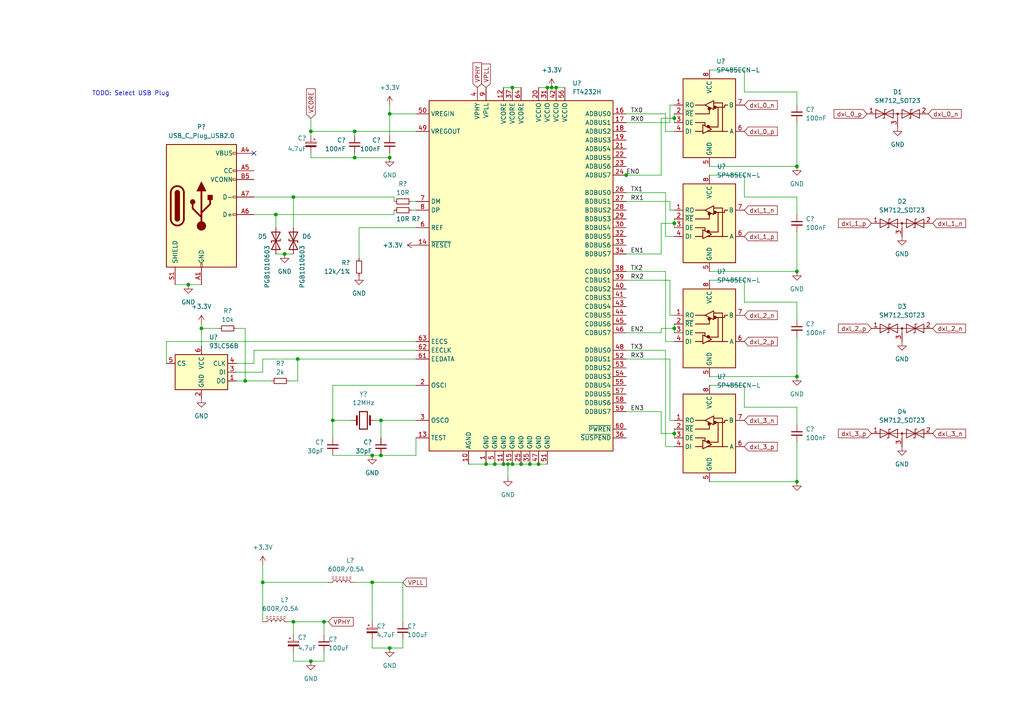
<source format=kicad_sch>
(kicad_sch (version 20231120) (generator "eeschema") (generator_version "8.0")
  (paper "A4")
  (lib_symbols
    (symbol "Connector:USB_C_Plug_USB2.0" (pin_names (offset 1.016))
      (property "Reference" "P" (at -10.16 19.05 0))
      (property "Value" "USB_C_Plug_USB2.0" (at 12.7 19.05 0))
      (symbol "USB_C_Plug_USB2.0_0_0"
        (rectangle (start -0.254 -17.78) (end 0.254 -16.764))
        (rectangle (start 10.16 -2.286) (end 9.144 -2.794))
        (rectangle (start 10.16 2.794) (end 9.144 2.286))
        (rectangle (start 10.16 7.874) (end 9.144 7.366))
        (rectangle (start 10.16 10.414) (end 9.144 9.906))
        (rectangle (start 10.16 15.494) (end 9.144 14.986))
      )
      (symbol "USB_C_Plug_USB2.0_0_1"
        (rectangle (start -10.16 17.78) (end 10.16 -17.78) (stroke (width 0.254)) (fill (type background)))
        (arc (start -8.89 -3.81) (mid -6.985 -5.7067) (end -5.08 -3.81) (stroke (width 0.508)))
        (arc (start -7.62 -3.81) (mid -6.985 -4.4423) (end -6.35 -3.81) (stroke (width 0.254)))
        (arc (start -7.62 -3.81) (mid -6.985 -4.4423) (end -6.35 -3.81) (stroke (width 0.254)) (fill (type outline)))
        (rectangle (start -7.62 -3.81) (end -6.35 3.81) (stroke (width 0.254)) (fill (type outline)))
        (arc (start -6.35 3.81) (mid -6.985 4.4423) (end -7.62 3.81) (stroke (width 0.254)))
        (arc (start -6.35 3.81) (mid -6.985 4.4423) (end -7.62 3.81) (stroke (width 0.254)) (fill (type outline)))
        (arc (start -5.08 3.81) (mid -6.985 5.7067) (end -8.89 3.81) (stroke (width 0.508)))
        (circle (center -2.54 1.143) (radius 0.635) (stroke (width 0.254)) (fill (type outline)))
        (circle (center 0 -5.842) (radius 1.27) (fill (type outline)))
        (polyline (pts (xy -8.89 -3.81) (xy -8.89 3.81)) (stroke (width 0.508)))
        (polyline (pts (xy -5.08 3.81) (xy -5.08 -3.81)) (stroke (width 0.508)))
        (polyline (pts (xy 0 -5.842) (xy 0 4.318)) (stroke (width 0.508)))
        (polyline (pts (xy 0 -3.302) (xy -2.54 -0.762) (xy -2.54 0.508)) (stroke (width 0.508)))
        (polyline (pts (xy 0 -2.032) (xy 2.54 0.508) (xy 2.54 1.778)) (stroke (width 0.508)))
        (polyline (pts (xy -1.27 4.318) (xy 0 6.858) (xy 1.27 4.318) (xy -1.27 4.318)) (stroke (width 0.254)) (fill (type outline)))
        (rectangle (start 1.905 1.778) (end 3.175 3.048) (stroke (width 0.254)) (fill (type outline)))
      )
      (symbol "USB_C_Plug_USB2.0_1_1"
        (pin passive line (at 0 -22.86 90) (length 5.08) (name "GND") (number "A1"))
        (pin passive line (at 0 -22.86 90) (length 5.08) hide (name "GND") (number "A12"))
        (pin passive line (at 15.24 15.24 180) (length 5.08) (name "VBUS") (number "A4"))
        (pin bidirectional line (at 15.24 10.16 180) (length 5.08) (name "CC") (number "A5"))
        (pin bidirectional line (at 15.24 -2.54 180) (length 5.08) (name "D+") (number "A6"))
        (pin bidirectional line (at 15.24 2.54 180) (length 5.08) (name "D-") (number "A7"))
        (pin passive line (at 15.24 15.24 180) (length 5.08) hide (name "VBUS") (number "A9"))
        (pin passive line (at 0 -22.86 90) (length 5.08) hide (name "GND") (number "B1"))
        (pin passive line (at 0 -22.86 90) (length 5.08) hide (name "GND") (number "B12"))
        (pin passive line (at 15.24 15.24 180) (length 5.08) hide (name "VBUS") (number "B4"))
        (pin bidirectional line (at 15.24 7.62 180) (length 5.08) (name "VCONN") (number "B5"))
        (pin passive line (at 15.24 15.24 180) (length 5.08) hide (name "VBUS") (number "B9"))
        (pin passive line (at -7.62 -22.86 90) (length 5.08) (name "SHIELD") (number "S1"))
      )
    )
    (symbol "Device:C_Polarized_Small" (pin_numbers hide) (pin_names (offset 0.254) hide)
      (property "Reference" "C" (at 0.254 1.778 0))
      (property "Value" "C_Polarized_Small" (at 0.254 -2.032 0))
      (symbol "C_Polarized_Small_0_1"
        (rectangle (start -1.524 -0.3048) (end 1.524 -0.6858) (fill (type outline)))
        (rectangle (start -1.524 0.6858) (end 1.524 0.3048))
        (polyline (pts (xy -1.27 1.524) (xy -0.762 1.524)))
        (polyline (pts (xy -1.016 1.27) (xy -1.016 1.778)))
      )
      (symbol "C_Polarized_Small_1_1"
        (pin passive line (at 0 2.54 270) (length 1.8542) (name "~") (number "1"))
        (pin passive line (at 0 -2.54 90) (length 1.8542) (name "~") (number "2"))
      )
    )
    (symbol "Device:C_Small" (pin_numbers hide) (pin_names (offset 0.254) hide)
      (property "Reference" "C" (at 0.254 1.778 0))
      (property "Value" "C_Small" (at 0.254 -2.032 0))
      (symbol "C_Small_0_1"
        (polyline (pts (xy -1.524 -0.508) (xy 1.524 -0.508)) (stroke (width 0.3302)))
        (polyline (pts (xy -1.524 0.508) (xy 1.524 0.508)) (stroke (width 0.3048)))
      )
      (symbol "C_Small_1_1"
        (pin passive line (at 0 2.54 270) (length 2.032) (name "~") (number "1"))
        (pin passive line (at 0 -2.54 90) (length 2.032) (name "~") (number "2"))
      )
    )
    (symbol "Device:Crystal" (pin_numbers hide) (pin_names (offset 1.016) hide)
      (property "Reference" "Y" (at 0 3.81 0))
      (property "Value" "Crystal" (at 0 -3.81 0))
      (symbol "Crystal_0_1"
        (rectangle (start -1.143 2.54) (end 1.143 -2.54) (stroke (width 0.3048)))
        (polyline (pts (xy -2.54 0) (xy -1.905 0)))
        (polyline (pts (xy -1.905 -1.27) (xy -1.905 1.27)) (stroke (width 0.508)))
        (polyline (pts (xy 1.905 -1.27) (xy 1.905 1.27)) (stroke (width 0.508)))
        (polyline (pts (xy 2.54 0) (xy 1.905 0)))
      )
      (symbol "Crystal_1_1"
        (pin passive line (at -3.81 0 0) (length 1.27) (name "1") (number "1"))
        (pin passive line (at 3.81 0 180) (length 1.27) (name "2") (number "2"))
      )
    )
    (symbol "Device:D_TVS" (pin_numbers hide) (pin_names (offset 1.016) hide)
      (property "Reference" "D" (at 0 2.54 0))
      (property "Value" "D_TVS" (at 0 -2.54 0))
      (symbol "D_TVS_0_1"
        (polyline (pts (xy 1.27 0) (xy -1.27 0)))
        (polyline (pts (xy 0.508 1.27) (xy 0 1.27) (xy 0 -1.27) (xy -0.508 -1.27)) (stroke (width 0.254)))
        (polyline (pts (xy -2.54 1.27) (xy -2.54 -1.27) (xy 2.54 1.27) (xy 2.54 -1.27) (xy -2.54 1.27)) (stroke (width 0.254)))
      )
      (symbol "D_TVS_1_1"
        (pin passive line (at -3.81 0 0) (length 2.54) (name "A1") (number "1"))
        (pin passive line (at 3.81 0 180) (length 2.54) (name "A2") (number "2"))
      )
    )
    (symbol "Device:L_Ferrite" (pin_numbers hide) (pin_names (offset 1.016) hide)
      (property "Reference" "L" (at -1.27 0 90))
      (property "Value" "L_Ferrite" (at 2.794 0 90))
      (symbol "L_Ferrite_0_1"
        (arc (start 0 -2.54) (mid 0.6323 -1.905) (end 0 -1.27))
        (arc (start 0 -1.27) (mid 0.6323 -0.635) (end 0 0))
        (polyline (pts (xy 1.016 -2.794) (xy 1.016 -2.286)))
        (polyline (pts (xy 1.016 -1.778) (xy 1.016 -1.27)))
        (polyline (pts (xy 1.016 -0.762) (xy 1.016 -0.254)))
        (polyline (pts (xy 1.016 0.254) (xy 1.016 0.762)))
        (polyline (pts (xy 1.016 1.27) (xy 1.016 1.778)))
        (polyline (pts (xy 1.016 2.286) (xy 1.016 2.794)))
        (polyline (pts (xy 1.524 -2.286) (xy 1.524 -2.794)))
        (polyline (pts (xy 1.524 -1.27) (xy 1.524 -1.778)))
        (polyline (pts (xy 1.524 -0.254) (xy 1.524 -0.762)))
        (polyline (pts (xy 1.524 0.762) (xy 1.524 0.254)))
        (polyline (pts (xy 1.524 1.778) (xy 1.524 1.27)))
        (polyline (pts (xy 1.524 2.794) (xy 1.524 2.286)))
        (arc (start 0 0) (mid 0.6323 0.635) (end 0 1.27))
        (arc (start 0 1.27) (mid 0.6323 1.905) (end 0 2.54))
      )
      (symbol "L_Ferrite_1_1"
        (pin passive line (at 0 3.81 270) (length 1.27) (name "1") (number "1"))
        (pin passive line (at 0 -3.81 90) (length 1.27) (name "2") (number "2"))
      )
    )
    (symbol "Device:R_Small" (pin_numbers hide) (pin_names (offset 0.254) hide)
      (property "Reference" "R" (at 0.762 0.508 0))
      (property "Value" "R_Small" (at 0.762 -1.016 0))
      (symbol "R_Small_0_1"
        (rectangle (start -0.762 1.778) (end 0.762 -1.778) (stroke (width 0.2032)))
      )
      (symbol "R_Small_1_1"
        (pin passive line (at 0 2.54 270) (length 0.762) (name "~") (number "1"))
        (pin passive line (at 0 -2.54 90) (length 0.762) (name "~") (number "2"))
      )
    )
    (symbol "Diode:SM712_SOT23" (pin_names (offset 1.016) hide)
      (property "Reference" "D" (at 0 4.445 0))
      (property "Value" "SM712_SOT23" (at 0 2.54 0))
      (symbol "SM712_SOT23_0_0"
        (polyline (pts (xy 0 -1.27) (xy 0 0)))
      )
      (symbol "SM712_SOT23_0_1"
        (polyline (pts (xy -6.35 0) (xy 6.35 0)))
        (polyline (pts (xy -3.302 1.27) (xy -3.81 1.27) (xy -3.81 -1.27) (xy -4.318 -1.27)) (stroke (width 0.2032)))
        (polyline (pts (xy 4.318 1.27) (xy 3.81 1.27) (xy 3.81 -1.27) (xy 3.302 -1.27)) (stroke (width 0.2032)))
        (polyline (pts (xy -6.35 -1.27) (xy -1.27 1.27) (xy -1.27 -1.27) (xy -6.35 1.27) (xy -6.35 -1.27)) (stroke (width 0.2032)))
        (polyline (pts (xy 1.27 -1.27) (xy 1.27 1.27) (xy 6.35 -1.27) (xy 6.35 1.27) (xy 1.27 -1.27)) (stroke (width 0.2032)))
        (circle (center 0 0) (radius 0.254) (fill (type outline)))
      )
      (symbol "SM712_SOT23_1_1"
        (pin passive line (at -8.89 0 0) (length 2.54) (name "A1") (number "1"))
        (pin passive line (at 8.89 0 180) (length 2.54) (name "A2") (number "2"))
        (pin input line (at 0 -3.81 90) (length 2.54) (name "common") (number "3"))
      )
    )
    (symbol "GND_1" (power) (pin_names (offset 0))
      (property "Value" "GND_1" (at 0 -3.81 0))
      (symbol "GND_1_0_1"
        (polyline (pts (xy 0 0) (xy 0 -1.27) (xy 1.27 -1.27) (xy 0 -2.54) (xy -1.27 -1.27) (xy 0 -1.27)))
      )
      (symbol "GND_1_1_1"
        (pin power_in line (at 0 0 270) (length 0) hide (name "GND") (number "1"))
      )
    )
    (symbol "GND_2" (power) (pin_names (offset 0))
      (property "Value" "GND_2" (at 0 -3.81 0))
      (symbol "GND_2_0_1"
        (polyline (pts (xy 0 0) (xy 0 -1.27) (xy 1.27 -1.27) (xy 0 -2.54) (xy -1.27 -1.27) (xy 0 -1.27)))
      )
      (symbol "GND_2_1_1"
        (pin power_in line (at 0 0 270) (length 0) hide (name "GND") (number "1"))
      )
    )
    (symbol "GND_3" (power) (pin_names (offset 0))
      (property "Value" "GND_3" (at 0 -3.81 0))
      (symbol "GND_3_0_1"
        (polyline (pts (xy 0 0) (xy 0 -1.27) (xy 1.27 -1.27) (xy 0 -2.54) (xy -1.27 -1.27) (xy 0 -1.27)))
      )
      (symbol "GND_3_1_1"
        (pin power_in line (at 0 0 270) (length 0) hide (name "GND") (number "1"))
      )
    )
    (symbol "GND_4" (power) (pin_names (offset 0))
      (property "Value" "GND_4" (at 0 -3.81 0))
      (symbol "GND_4_0_1"
        (polyline (pts (xy 0 0) (xy 0 -1.27) (xy 1.27 -1.27) (xy 0 -2.54) (xy -1.27 -1.27) (xy 0 -1.27)))
      )
      (symbol "GND_4_1_1"
        (pin power_in line (at 0 0 270) (length 0) hide (name "GND") (number "1"))
      )
    )
    (symbol "GND_5" (power) (pin_names (offset 0))
      (property "Value" "GND_5" (at 0 -3.81 0))
      (symbol "GND_5_0_1"
        (polyline (pts (xy 0 0) (xy 0 -1.27) (xy 1.27 -1.27) (xy 0 -2.54) (xy -1.27 -1.27) (xy 0 -1.27)))
      )
      (symbol "GND_5_1_1"
        (pin power_in line (at 0 0 270) (length 0) hide (name "GND") (number "1"))
      )
    )
    (symbol "GND_6" (power) (pin_names (offset 0))
      (property "Value" "GND_6" (at 0 -3.81 0))
      (symbol "GND_6_0_1"
        (polyline (pts (xy 0 0) (xy 0 -1.27) (xy 1.27 -1.27) (xy 0 -2.54) (xy -1.27 -1.27) (xy 0 -1.27)))
      )
      (symbol "GND_6_1_1"
        (pin power_in line (at 0 0 270) (length 0) hide (name "GND") (number "1"))
      )
    )
    (symbol "GND_7" (power) (pin_names (offset 0))
      (property "Value" "GND_7" (at 0 -3.81 0))
      (symbol "GND_7_0_1"
        (polyline (pts (xy 0 0) (xy 0 -1.27) (xy 1.27 -1.27) (xy 0 -2.54) (xy -1.27 -1.27) (xy 0 -1.27)))
      )
      (symbol "GND_7_1_1"
        (pin power_in line (at 0 0 270) (length 0) hide (name "GND") (number "1"))
      )
    )
    (symbol "GND_8" (power) (pin_names (offset 0))
      (property "Value" "GND_8" (at 0 -3.81 0))
      (symbol "GND_8_0_1"
        (polyline (pts (xy 0 0) (xy 0 -1.27) (xy 1.27 -1.27) (xy 0 -2.54) (xy -1.27 -1.27) (xy 0 -1.27)))
      )
      (symbol "GND_8_1_1"
        (pin power_in line (at 0 0 270) (length 0) hide (name "GND") (number "1"))
      )
    )
    (symbol "GND_9" (power) (pin_names (offset 0))
      (property "Value" "GND_9" (at 0 -3.81 0))
      (symbol "GND_9_0_1"
        (polyline (pts (xy 0 0) (xy 0 -1.27) (xy 1.27 -1.27) (xy 0 -2.54) (xy -1.27 -1.27) (xy 0 -1.27)))
      )
      (symbol "GND_9_1_1"
        (pin power_in line (at 0 0 270) (length 0) hide (name "GND") (number "1"))
      )
    )
    (symbol "Interface_UART:MAX485E"
      (property "Reference" "U" (at -6.096 11.43 0))
      (property "Value" "MAX485E" (at 0.762 11.43 0))
      (symbol "MAX485E_0_1"
        (rectangle (start -7.62 10.16) (end 7.62 -12.7) (stroke (width 0.254)) (fill (type background)))
        (circle (center -0.3048 -3.683) (radius 0.3556) (stroke (width 0.254)) (fill (type outline)))
        (circle (center -0.0254 1.4986) (radius 0.3556) (stroke (width 0.254)) (fill (type outline)))
        (polyline (pts (xy -4.064 -5.08) (xy -1.905 -5.08)) (stroke (width 0.254)))
        (polyline (pts (xy -4.064 2.54) (xy -1.27 2.54)) (stroke (width 0.254)))
        (polyline (pts (xy -1.27 -3.2004) (xy -1.27 -3.4544)) (stroke (width 0.254)))
        (polyline (pts (xy -0.635 -5.08) (xy 5.334 -5.08)) (stroke (width 0.254)))
        (polyline (pts (xy -4.064 -2.54) (xy -1.27 -2.54) (xy -1.27 -3.175)) (stroke (width 0.254)))
        (polyline (pts (xy 0 1.27) (xy 0 0) (xy -4.064 0)) (stroke (width 0.254)))
        (polyline (pts (xy 1.27 3.175) (xy 3.81 3.175) (xy 3.81 -5.08)) (stroke (width 0.254)))
        (polyline (pts (xy 2.54 1.905) (xy 2.54 -3.81) (xy 0 -3.81)) (stroke (width 0.254)))
        (polyline (pts (xy -1.905 -3.175) (xy -1.905 -5.715) (xy 0.635 -4.445) (xy -1.905 -3.175)) (stroke (width 0.254)))
        (polyline (pts (xy -1.27 2.54) (xy 1.27 3.81) (xy 1.27 1.27) (xy -1.27 2.54)) (stroke (width 0.254)))
        (polyline (pts (xy 1.905 1.905) (xy 4.445 1.905) (xy 4.445 2.54) (xy 5.334 2.54)) (stroke (width 0.254)))
        (rectangle (start 1.27 3.175) (end 1.27 3.175))
        (circle (center 1.651 1.905) (radius 0.3556) (stroke (width 0.254)) (fill (type outline)))
      )
      (symbol "MAX485E_1_1"
        (pin output line (at -10.16 2.54 0) (length 2.54) (name "RO") (number "1"))
        (pin input line (at -10.16 0 0) (length 2.54) (name "~{RE}") (number "2"))
        (pin input line (at -10.16 -2.54 0) (length 2.54) (name "DE") (number "3"))
        (pin input line (at -10.16 -5.08 0) (length 2.54) (name "DI") (number "4"))
        (pin power_in line (at 0 -15.24 90) (length 2.54) (name "GND") (number "5"))
        (pin bidirectional line (at 10.16 -5.08 180) (length 2.54) (name "A") (number "6"))
        (pin bidirectional line (at 10.16 2.54 180) (length 2.54) (name "B") (number "7"))
        (pin power_in line (at 0 12.7 270) (length 2.54) (name "VCC") (number "8"))
      )
    )
    (symbol "Interface_USB:FT4232H"
      (property "Reference" "U" (at -26.67 53.34 0))
      (property "Value" "FT4232H" (at 19.05 53.34 0))
      (symbol "FT4232H_0_1"
        (rectangle (start -26.67 -49.53) (end 26.67 52.07) (stroke (width 0.254)) (fill (type background)))
      )
      (symbol "FT4232H_1_1"
        (pin power_in line (at -10.16 -53.34 90) (length 3.81) (name "GND") (number "1"))
        (pin power_in line (at -15.24 -53.34 90) (length 3.81) (name "AGND") (number "10"))
        (pin power_in line (at -5.08 -53.34 90) (length 3.81) (name "GND") (number "11"))
        (pin power_in line (at -5.08 55.88 270) (length 3.81) (name "VCORE") (number "12"))
        (pin input line (at -30.48 -45.72 0) (length 3.81) (name "TEST") (number "13"))
        (pin input line (at -30.48 10.16 0) (length 3.81) (name "~{RESET}") (number "14"))
        (pin power_in line (at -2.54 -53.34 90) (length 3.81) (name "GND") (number "15"))
        (pin bidirectional line (at 30.48 48.26 180) (length 3.81) (name "ADBUS0") (number "16"))
        (pin bidirectional line (at 30.48 45.72 180) (length 3.81) (name "ADBUS1") (number "17"))
        (pin bidirectional line (at 30.48 43.18 180) (length 3.81) (name "ADBUS2") (number "18"))
        (pin bidirectional line (at 30.48 40.64 180) (length 3.81) (name "ADBUS3") (number "19"))
        (pin input line (at -30.48 -30.48 0) (length 3.81) (name "OSCI") (number "2"))
        (pin power_in line (at 5.08 55.88 270) (length 3.81) (name "VCCIO") (number "20"))
        (pin bidirectional line (at 30.48 38.1 180) (length 3.81) (name "ADBUS4") (number "21"))
        (pin bidirectional line (at 30.48 35.56 180) (length 3.81) (name "ADBUS5") (number "22"))
        (pin bidirectional line (at 30.48 33.02 180) (length 3.81) (name "ADBUS6") (number "23"))
        (pin bidirectional line (at 30.48 30.48 180) (length 3.81) (name "ADBUS7") (number "24"))
        (pin power_in line (at 0 -53.34 90) (length 3.81) (name "GND") (number "25"))
        (pin bidirectional line (at 30.48 25.4 180) (length 3.81) (name "BDBUS0") (number "26"))
        (pin bidirectional line (at 30.48 22.86 180) (length 3.81) (name "BDBUS1") (number "27"))
        (pin bidirectional line (at 30.48 20.32 180) (length 3.81) (name "BDBUS2") (number "28"))
        (pin bidirectional line (at 30.48 17.78 180) (length 3.81) (name "BDBUS3") (number "29"))
        (pin output line (at -30.48 -40.64 0) (length 3.81) (name "OSCO") (number "3"))
        (pin bidirectional line (at 30.48 15.24 180) (length 3.81) (name "BDBUS4") (number "30"))
        (pin power_in line (at 7.62 55.88 270) (length 3.81) (name "VCCIO") (number "31"))
        (pin bidirectional line (at 30.48 12.7 180) (length 3.81) (name "BDBUS5") (number "32"))
        (pin bidirectional line (at 30.48 10.16 180) (length 3.81) (name "BDBUS6") (number "33"))
        (pin bidirectional line (at 30.48 7.62 180) (length 3.81) (name "BDBUS7") (number "34"))
        (pin power_in line (at 2.54 -53.34 90) (length 3.81) (name "GND") (number "35"))
        (pin output line (at 30.48 -45.72 180) (length 3.81) (name "~{SUSPEND}") (number "36"))
        (pin power_in line (at -2.54 55.88 270) (length 3.81) (name "VCORE") (number "37"))
        (pin bidirectional line (at 30.48 2.54 180) (length 3.81) (name "CDBUS0") (number "38"))
        (pin bidirectional line (at 30.48 0 180) (length 3.81) (name "CDBUS1") (number "39"))
        (pin power_in line (at -12.7 55.88 270) (length 3.81) (name "VPHY") (number "4"))
        (pin bidirectional line (at 30.48 -2.54 180) (length 3.81) (name "CDBUS2") (number "40"))
        (pin bidirectional line (at 30.48 -5.08 180) (length 3.81) (name "CDBUS3") (number "41"))
        (pin power_in line (at 10.16 55.88 270) (length 3.81) (name "VCCIO") (number "42"))
        (pin bidirectional line (at 30.48 -7.62 180) (length 3.81) (name "CDBUS4") (number "43"))
        (pin bidirectional line (at 30.48 -10.16 180) (length 3.81) (name "CDBUS5") (number "44"))
        (pin bidirectional line (at 30.48 -12.7 180) (length 3.81) (name "CDBUS6") (number "45"))
        (pin bidirectional line (at 30.48 -15.24 180) (length 3.81) (name "CDBUS7") (number "46"))
        (pin power_in line (at 5.08 -53.34 90) (length 3.81) (name "GND") (number "47"))
        (pin bidirectional line (at 30.48 -20.32 180) (length 3.81) (name "DDBUS0") (number "48"))
        (pin power_out line (at -30.48 43.18 0) (length 3.81) (name "VREGOUT") (number "49"))
        (pin power_in line (at -7.62 -53.34 90) (length 3.81) (name "GND") (number "5"))
        (pin power_in line (at -30.48 48.26 0) (length 3.81) (name "VREGIN") (number "50"))
        (pin power_in line (at 7.62 -53.34 90) (length 3.81) (name "GND") (number "51"))
        (pin bidirectional line (at 30.48 -22.86 180) (length 3.81) (name "DDBUS1") (number "52"))
        (pin bidirectional line (at 30.48 -25.4 180) (length 3.81) (name "DDBUS2") (number "53"))
        (pin bidirectional line (at 30.48 -27.94 180) (length 3.81) (name "DDBUS3") (number "54"))
        (pin bidirectional line (at 30.48 -30.48 180) (length 3.81) (name "DDBUS4") (number "55"))
        (pin power_in line (at 12.7 55.88 270) (length 3.81) (name "VCCIO") (number "56"))
        (pin bidirectional line (at 30.48 -33.02 180) (length 3.81) (name "DDBUS5") (number "57"))
        (pin bidirectional line (at 30.48 -35.56 180) (length 3.81) (name "DDBUS6") (number "58"))
        (pin bidirectional line (at 30.48 -38.1 180) (length 3.81) (name "DDBUS7") (number "59"))
        (pin input line (at -30.48 15.24 0) (length 3.81) (name "REF") (number "6"))
        (pin output line (at 30.48 -43.18 180) (length 3.81) (name "~{PWREN}") (number "60"))
        (pin bidirectional line (at -30.48 -22.86 0) (length 3.81) (name "EEDATA") (number "61"))
        (pin output line (at -30.48 -20.32 0) (length 3.81) (name "EECLK") (number "62"))
        (pin output line (at -30.48 -17.78 0) (length 3.81) (name "EECS") (number "63"))
        (pin power_in line (at 0 55.88 270) (length 3.81) (name "VCORE") (number "64"))
        (pin bidirectional line (at -30.48 22.86 0) (length 3.81) (name "DM") (number "7"))
        (pin bidirectional line (at -30.48 20.32 0) (length 3.81) (name "DP") (number "8"))
        (pin power_in line (at -10.16 55.88 270) (length 3.81) (name "VPLL") (number "9"))
      )
    )
    (symbol "Memory_EEPROM:93LCxxBxxOT"
      (property "Reference" "U" (at -6.35 6.35 0))
      (property "Value" "93LCxxBxxOT" (at 7.62 -6.35 0))
      (symbol "93LCxxBxxOT_0_1"
        (rectangle (start -7.62 5.08) (end 7.62 -5.08) (stroke (width 0.254)) (fill (type background)))
      )
      (symbol "93LCxxBxxOT_1_1"
        (pin tri_state line (at 10.16 -2.54 180) (length 2.54) (name "DO") (number "1"))
        (pin power_in line (at 0 -7.62 90) (length 2.54) (name "GND") (number "2"))
        (pin input line (at 10.16 0 180) (length 2.54) (name "DI") (number "3"))
        (pin input line (at 10.16 2.54 180) (length 2.54) (name "CLK") (number "4"))
        (pin input line (at -10.16 2.54 0) (length 2.54) (name "CS") (number "5"))
        (pin power_in line (at 0 7.62 270) (length 2.54) (name "VCC") (number "6"))
      )
    )
    (symbol "power:+3.3V" (power) (pin_names (offset 0))
      (property "Value" "+3.3V" (at 0 3.556 0))
      (symbol "+3.3V_0_1"
        (polyline (pts (xy -0.762 1.27) (xy 0 2.54)))
        (polyline (pts (xy 0 0) (xy 0 2.54)))
        (polyline (pts (xy 0 2.54) (xy 0.762 1.27)))
      )
      (symbol "+3.3V_1_1"
        (pin power_in line (at 0 0 90) (length 0) hide (name "+3.3V") (number "1"))
      )
    )
    (symbol "power:GND" (power) (pin_names (offset 0))
      (property "Value" "GND" (at 0 -3.81 0))
      (symbol "GND_0_1"
        (polyline (pts (xy 0 0) (xy 0 -1.27) (xy 1.27 -1.27) (xy 0 -2.54) (xy -1.27 -1.27) (xy 0 -1.27)))
      )
      (symbol "GND_1_1"
        (pin power_in line (at 0 0 270) (length 0) hide (name "GND") (number "1"))
      )
    )
  )
  (junction (at 71.12 110.49))
  (junction (at 158.75 25.4))
  (junction (at 195.58 34.29))
  (junction (at 140.97 134.62))
  (junction (at 147.32 134.62))
  (junction (at 231.14 48.26))
  (junction (at 148.59 25.4))
  (junction (at 146.05 134.62))
  (junction (at 113.03 187.96))
  (junction (at 85.09 57.15))
  (junction (at 156.21 134.62))
  (junction (at 85.09 180.34))
  (junction (at 195.58 64.77))
  (junction (at 195.58 125.73))
  (junction (at 93.98 180.34))
  (junction (at 86.36 104.14))
  (junction (at 90.17 191.77))
  (junction (at 231.14 109.22))
  (junction (at 54.61 82.55))
  (junction (at 102.87 38.1))
  (junction (at 113.03 33.02))
  (junction (at 195.58 95.25))
  (junction (at 58.42 95.25))
  (junction (at 231.14 139.7))
  (junction (at 153.67 134.62))
  (junction (at 90.17 38.1))
  (junction (at 107.95 168.91))
  (junction (at 143.51 134.62))
  (junction (at 160.02 25.4))
  (junction (at 161.29 25.4))
  (junction (at 113.03 45.72))
  (junction (at 76.2 168.91))
  (junction (at 110.49 121.92))
  (junction (at 110.49 132.08))
  (junction (at 231.14 78.74))
  (junction (at 181.61 50.8))
  (junction (at 148.59 134.62))
  (junction (at 107.95 132.08))
  (junction (at 102.87 45.72))
  (junction (at 151.13 134.62))
  (junction (at 82.55 73.66))
  (junction (at 96.52 121.92))
  (junction (at 80.01 62.23))
  (no_connect (at 73.66 44.45))
  (wire (pts (xy 86.36 104.14) (xy 120.65 104.14)))
  (wire (pts (xy 71.12 110.49) (xy 78.74 110.49)))
  (wire (pts (xy 76.2 163.83) (xy 76.2 168.91)))
  (wire (pts (xy 116.84 168.91) (xy 116.84 180.34)))
  (wire (pts (xy 156.21 134.62) (xy 158.75 134.62)))
  (wire (pts (xy 107.95 132.08) (xy 110.49 132.08)))
  (wire (pts (xy 85.09 180.34) (xy 85.09 184.15)))
  (wire (pts (xy 76.2 104.14) (xy 86.36 104.14)))
  (wire (pts (xy 116.84 185.42) (xy 116.84 187.96)))
  (wire (pts (xy 113.03 30.48) (xy 113.03 33.02)))
  (wire (pts (xy 181.61 96.52) (xy 191.77 96.52)))
  (wire (pts (xy 102.87 168.91) (xy 107.95 168.91)))
  (wire (pts (xy 215.9 57.15) (xy 215.9 50.8)))
  (wire (pts (xy 151.13 134.62) (xy 153.67 134.62)))
  (wire (pts (xy 68.58 95.25) (xy 71.12 95.25)))
  (wire (pts (xy 68.58 107.95) (xy 76.2 107.95)))
  (wire (pts (xy 231.14 118.11) (xy 231.14 123.19)))
  (wire (pts (xy 195.58 129.54) (xy 193.04 129.54)))
  (wire (pts (xy 195.58 124.46) (xy 195.58 125.73)))
  (wire (pts (xy 195.58 125.73) (xy 195.58 127)))
  (wire (pts (xy 80.01 62.23) (xy 80.01 66.04)))
  (wire (pts (xy 191.77 34.29) (xy 191.77 50.8)))
  (wire (pts (xy 181.61 73.66) (xy 191.77 73.66)))
  (wire (pts (xy 195.58 34.29) (xy 195.58 35.56)))
  (wire (pts (xy 50.8 82.55) (xy 54.61 82.55)))
  (wire (pts (xy 195.58 63.5) (xy 195.58 64.77)))
  (wire (pts (xy 102.87 38.1) (xy 120.65 38.1)))
  (wire (pts (xy 215.9 111.76) (xy 215.9 118.11)))
  (wire (pts (xy 194.31 121.92) (xy 194.31 104.14)))
  (wire (pts (xy 205.74 20.32) (xy 215.9 20.32)))
  (wire (pts (xy 120.65 101.6) (xy 73.66 101.6)))
  (wire (pts (xy 93.98 180.34) (xy 93.98 184.15)))
  (wire (pts (xy 161.29 25.4) (xy 163.83 25.4)))
  (wire (pts (xy 140.97 134.62) (xy 143.51 134.62)))
  (wire (pts (xy 231.14 67.31) (xy 231.14 78.74)))
  (wire (pts (xy 85.09 189.23) (xy 85.09 191.77)))
  (wire (pts (xy 96.52 121.92) (xy 96.52 127)))
  (wire (pts (xy 205.74 139.7) (xy 231.14 139.7)))
  (wire (pts (xy 86.36 110.49) (xy 86.36 104.14)))
  (wire (pts (xy 195.58 68.58) (xy 193.04 68.58)))
  (wire (pts (xy 195.58 93.98) (xy 195.58 95.25)))
  (wire (pts (xy 102.87 44.45) (xy 102.87 45.72)))
  (wire (pts (xy 215.9 57.15) (xy 231.14 57.15)))
  (wire (pts (xy 135.89 134.62) (xy 140.97 134.62)))
  (wire (pts (xy 181.61 78.74) (xy 193.04 78.74)))
  (wire (pts (xy 119.38 60.96) (xy 120.65 60.96)))
  (wire (pts (xy 102.87 38.1) (xy 102.87 39.37)))
  (wire (pts (xy 193.04 68.58) (xy 193.04 55.88)))
  (wire (pts (xy 231.14 26.67) (xy 231.14 30.48)))
  (wire (pts (xy 90.17 44.45) (xy 90.17 45.72)))
  (wire (pts (xy 113.03 33.02) (xy 113.03 39.37)))
  (wire (pts (xy 48.26 99.06) (xy 48.26 105.41)))
  (wire (pts (xy 194.31 30.48) (xy 194.31 35.56)))
  (wire (pts (xy 107.95 185.42) (xy 107.95 187.96)))
  (wire (pts (xy 114.3 57.15) (xy 85.09 57.15)))
  (wire (pts (xy 82.55 73.66) (xy 85.09 73.66)))
  (wire (pts (xy 96.52 121.92) (xy 101.6 121.92)))
  (wire (pts (xy 194.31 60.96) (xy 194.31 58.42)))
  (wire (pts (xy 95.25 180.34) (xy 93.98 180.34)))
  (wire (pts (xy 113.03 187.96) (xy 116.84 187.96)))
  (wire (pts (xy 71.12 95.25) (xy 71.12 110.49)))
  (wire (pts (xy 107.95 168.91) (xy 116.84 168.91)))
  (wire (pts (xy 156.21 25.4) (xy 158.75 25.4)))
  (wire (pts (xy 181.61 55.88) (xy 193.04 55.88)))
  (wire (pts (xy 58.42 93.98) (xy 58.42 95.25)))
  (wire (pts (xy 195.58 30.48) (xy 194.31 30.48)))
  (wire (pts (xy 195.58 33.02) (xy 195.58 34.29)))
  (wire (pts (xy 215.9 87.63) (xy 231.14 87.63)))
  (wire (pts (xy 195.58 95.25) (xy 195.58 96.52)))
  (wire (pts (xy 80.01 62.23) (xy 73.66 62.23)))
  (wire (pts (xy 195.58 121.92) (xy 194.31 121.92)))
  (wire (pts (xy 146.05 25.4) (xy 148.59 25.4)))
  (wire (pts (xy 73.66 105.41) (xy 68.58 105.41)))
  (wire (pts (xy 195.58 125.73) (xy 191.77 125.73)))
  (wire (pts (xy 85.09 191.77) (xy 90.17 191.77)))
  (wire (pts (xy 90.17 191.77) (xy 93.98 191.77)))
  (wire (pts (xy 107.95 187.96) (xy 113.03 187.96)))
  (wire (pts (xy 90.17 38.1) (xy 102.87 38.1)))
  (wire (pts (xy 68.58 110.49) (xy 71.12 110.49)))
  (wire (pts (xy 120.65 111.76) (xy 96.52 111.76)))
  (wire (pts (xy 181.61 81.28) (xy 194.31 81.28)))
  (wire (pts (xy 148.59 134.62) (xy 151.13 134.62)))
  (wire (pts (xy 181.61 50.8) (xy 191.77 50.8)))
  (wire (pts (xy 181.61 119.38) (xy 191.77 119.38)))
  (wire (pts (xy 143.51 134.62) (xy 146.05 134.62)))
  (wire (pts (xy 113.03 33.02) (xy 120.65 33.02)))
  (wire (pts (xy 181.61 101.6) (xy 193.04 101.6)))
  (wire (pts (xy 85.09 180.34) (xy 93.98 180.34)))
  (wire (pts (xy 147.32 134.62) (xy 148.59 134.62)))
  (wire (pts (xy 191.77 125.73) (xy 191.77 119.38)))
  (wire (pts (xy 195.58 91.44) (xy 194.31 91.44)))
  (wire (pts (xy 194.31 91.44) (xy 194.31 81.28)))
  (wire (pts (xy 119.38 58.42) (xy 120.65 58.42)))
  (wire (pts (xy 120.65 127) (xy 120.65 132.08)))
  (wire (pts (xy 76.2 107.95) (xy 76.2 104.14)))
  (wire (pts (xy 191.77 95.25) (xy 191.77 96.52)))
  (wire (pts (xy 113.03 44.45) (xy 113.03 45.72)))
  (wire (pts (xy 85.09 57.15) (xy 85.09 66.04)))
  (wire (pts (xy 109.22 121.92) (xy 110.49 121.92)))
  (wire (pts (xy 148.59 25.4) (xy 151.13 25.4)))
  (wire (pts (xy 104.14 66.04) (xy 120.65 66.04)))
  (wire (pts (xy 90.17 34.29) (xy 90.17 38.1)))
  (wire (pts (xy 193.04 38.1) (xy 193.04 33.02)))
  (wire (pts (xy 80.01 73.66) (xy 82.55 73.66)))
  (wire (pts (xy 231.14 87.63) (xy 231.14 92.71)))
  (wire (pts (xy 195.58 95.25) (xy 191.77 95.25)))
  (wire (pts (xy 215.9 20.32) (xy 215.9 26.67)))
  (wire (pts (xy 160.02 25.4) (xy 161.29 25.4)))
  (wire (pts (xy 231.14 57.15) (xy 231.14 62.23)))
  (wire (pts (xy 107.95 168.91) (xy 107.95 180.34)))
  (wire (pts (xy 96.52 132.08) (xy 107.95 132.08)))
  (wire (pts (xy 110.49 121.92) (xy 110.49 127)))
  (wire (pts (xy 114.3 62.23) (xy 80.01 62.23)))
  (wire (pts (xy 58.42 95.25) (xy 58.42 100.33)))
  (wire (pts (xy 104.14 66.04) (xy 104.14 74.93)))
  (wire (pts (xy 96.52 111.76) (xy 96.52 121.92)))
  (wire (pts (xy 181.61 35.56) (xy 194.31 35.56)))
  (wire (pts (xy 205.74 81.28) (xy 215.9 81.28)))
  (wire (pts (xy 177.8 50.8) (xy 181.61 50.8)))
  (wire (pts (xy 215.9 50.8) (xy 205.74 50.8)))
  (wire (pts (xy 205.74 48.26) (xy 231.14 48.26)))
  (wire (pts (xy 195.58 64.77) (xy 191.77 64.77)))
  (wire (pts (xy 146.05 134.62) (xy 147.32 134.62)))
  (wire (pts (xy 205.74 111.76) (xy 215.9 111.76)))
  (wire (pts (xy 73.66 101.6) (xy 73.66 105.41)))
  (wire (pts (xy 193.04 33.02) (xy 181.61 33.02)))
  (wire (pts (xy 193.04 99.06) (xy 193.04 78.74)))
  (wire (pts (xy 95.25 168.91) (xy 76.2 168.91)))
  (wire (pts (xy 73.66 57.15) (xy 85.09 57.15)))
  (wire (pts (xy 58.42 95.25) (xy 63.5 95.25)))
  (wire (pts (xy 191.77 64.77) (xy 191.77 73.66)))
  (wire (pts (xy 195.58 34.29) (xy 191.77 34.29)))
  (wire (pts (xy 205.74 78.74) (xy 231.14 78.74)))
  (wire (pts (xy 93.98 189.23) (xy 93.98 191.77)))
  (wire (pts (xy 153.67 134.62) (xy 156.21 134.62)))
  (wire (pts (xy 231.14 97.79) (xy 231.14 109.22)))
  (wire (pts (xy 120.65 99.06) (xy 48.26 99.06)))
  (wire (pts (xy 195.58 38.1) (xy 193.04 38.1)))
  (wire (pts (xy 215.9 26.67) (xy 231.14 26.67)))
  (wire (pts (xy 147.32 134.62) (xy 147.32 138.43)))
  (wire (pts (xy 195.58 60.96) (xy 194.31 60.96)))
  (wire (pts (xy 110.49 132.08) (xy 120.65 132.08)))
  (wire (pts (xy 215.9 81.28) (xy 215.9 87.63)))
  (wire (pts (xy 54.61 82.55) (xy 58.42 82.55)))
  (wire (pts (xy 231.14 35.56) (xy 231.14 48.26)))
  (wire (pts (xy 181.61 58.42) (xy 194.31 58.42)))
  (wire (pts (xy 215.9 118.11) (xy 231.14 118.11)))
  (wire (pts (xy 90.17 39.37) (xy 90.17 38.1)))
  (wire (pts (xy 181.61 104.14) (xy 194.31 104.14)))
  (wire (pts (xy 195.58 64.77) (xy 195.58 66.04)))
  (wire (pts (xy 90.17 45.72) (xy 102.87 45.72)))
  (wire (pts (xy 110.49 121.92) (xy 120.65 121.92)))
  (wire (pts (xy 158.75 25.4) (xy 160.02 25.4)))
  (wire (pts (xy 83.82 110.49) (xy 86.36 110.49)))
  (wire (pts (xy 102.87 45.72) (xy 113.03 45.72)))
  (wire (pts (xy 231.14 128.27) (xy 231.14 139.7)))
  (wire (pts (xy 83.82 180.34) (xy 85.09 180.34)))
  (wire (pts (xy 76.2 168.91) (xy 76.2 180.34)))
  (wire (pts (xy 114.3 58.42) (xy 114.3 57.15)))
  (wire (pts (xy 193.04 129.54) (xy 193.04 101.6)))
  (wire (pts (xy 114.3 60.96) (xy 114.3 62.23)))
  (wire (pts (xy 205.74 109.22) (xy 231.14 109.22)))
  (wire (pts (xy 195.58 99.06) (xy 193.04 99.06)))
  (text "TODO: Select USB Plug" (at 26.67 27.94 0) (effects (font (size 1.27 1.27)) (justify left bottom)))
  (label "TX1" (at 182.88 55.88 0))
  (label "TX2" (at 182.88 78.74 0))
  (label "EN1" (at 182.88 73.66 0))
  (label "TX3" (at 182.88 101.6 0))
  (label "RX3" (at 182.88 104.14 0))
  (label "TX0" (at 182.88 33.02 0))
  (label "RX2" (at 182.88 81.28 0))
  (label "RX1" (at 182.88 58.42 0))
  (label "EN0" (at 181.61 50.8 0))
  (label "RX0" (at 182.88 35.56 0))
  (label "EN3" (at 182.88 119.38 0))
  (label "EN2" (at 182.88 96.52 0))
  (global_label "VPLL" (shape input) (at 140.97 25.4 90) (property "Intersheetrefs" "${INTERSHEET_REFS}" (effects (hide yes))))
  (global_label "dxl_2_p" (shape input) (at 252.73 95.25 180) (property "Intersheetrefs" "${INTERSHEET_REFS}" (effects (hide yes))))
  (global_label "dxl_1_p" (shape input) (at 215.9 68.58 0) (property "Intersheetrefs" "${INTERSHEET_REFS}" (effects (hide yes))))
  (global_label "dxl_1_p" (shape input) (at 252.73 64.77 180) (property "Intersheetrefs" "${INTERSHEET_REFS}" (effects (hide yes))))
  (global_label "dxl_0_n" (shape input) (at 269.24 33.02 0) (property "Intersheetrefs" "${INTERSHEET_REFS}" (effects (hide yes))))
  (global_label "VPLL" (shape input) (at 116.84 168.91 0) (property "Intersheetrefs" "${INTERSHEET_REFS}" (effects (hide yes))))
  (global_label "dxl_2_n" (shape input) (at 215.9 91.44 0) (property "Intersheetrefs" "${INTERSHEET_REFS}" (effects (hide yes))))
  (global_label "dxl_0_p" (shape input) (at 251.46 33.02 180) (property "Intersheetrefs" "${INTERSHEET_REFS}" (effects (hide yes))))
  (global_label "dxl_3_p" (shape input) (at 215.9 129.54 0) (property "Intersheetrefs" "${INTERSHEET_REFS}" (effects (hide yes))))
  (global_label "dxl_0_n" (shape input) (at 215.9 30.48 0) (property "Intersheetrefs" "${INTERSHEET_REFS}" (effects (hide yes))))
  (global_label "dxl_3_n" (shape input) (at 270.51 125.73 0) (property "Intersheetrefs" "${INTERSHEET_REFS}" (effects (hide yes))))
  (global_label "dxl_0_p" (shape input) (at 215.9 38.1 0) (property "Intersheetrefs" "${INTERSHEET_REFS}" (effects (hide yes))))
  (global_label "VCORE" (shape input) (at 90.17 34.29 90) (property "Intersheetrefs" "${INTERSHEET_REFS}" (effects (hide yes))))
  (global_label "dxl_1_n" (shape input) (at 215.9 60.96 0) (property "Intersheetrefs" "${INTERSHEET_REFS}" (effects (hide yes))))
  (global_label "VPHY" (shape input) (at 95.25 180.34 0) (property "Intersheetrefs" "${INTERSHEET_REFS}" (effects (hide yes))))
  (global_label "dxl_1_n" (shape input) (at 270.51 64.77 0) (property "Intersheetrefs" "${INTERSHEET_REFS}" (effects (hide yes))))
  (global_label "dxl_3_p" (shape input) (at 252.73 125.73 180) (property "Intersheetrefs" "${INTERSHEET_REFS}" (effects (hide yes))))
  (global_label "dxl_3_n" (shape input) (at 215.9 121.92 0) (property "Intersheetrefs" "${INTERSHEET_REFS}" (effects (hide yes))))
  (global_label "dxl_2_n" (shape input) (at 270.51 95.25 0) (property "Intersheetrefs" "${INTERSHEET_REFS}" (effects (hide yes))))
  (global_label "dxl_2_p" (shape input) (at 215.9 99.06 0) (property "Intersheetrefs" "${INTERSHEET_REFS}" (effects (hide yes))))
  (global_label "VPHY" (shape input) (at 138.43 25.4 90) (property "Intersheetrefs" "${INTERSHEET_REFS}" (effects (hide yes))))
  (symbol (lib_id "Device:C_Small") (at 96.52 129.54 0) (mirror y) (unit 1)
    (property "Reference" "C?" (at 93.98 128.2763 0) (effects (justify left)))
    (property "Value" "30pF" (at 93.98 130.8163 0) (effects (justify left)))
  )
  (symbol (lib_name "GND_7") (lib_id "power:GND") (at 54.61 82.55 0) (unit 1)
    (property "Reference" "#PWR?" (effects (hide yes)))
    (property "Value" "GND" (at 54.61 87.63 0))
  )
  (symbol (lib_id "Device:C_Small") (at 116.84 182.88 0) (unit 1)
    (property "Reference" "C?" (at 118.11 181.61 0) (effects (justify left)))
    (property "Value" "100uF" (at 118.11 184.15 0) (effects (justify left)))
  )
  (symbol (lib_id "Diode:SM712_SOT23") (at 261.62 125.73 0) (unit 1)
    (property "Reference" "D4" (at 261.62 119.38 0))
    (property "Value" "SM712_SOT23" (at 261.62 121.92 0))
    (property "Footprint" "Package_TO_SOT_SMD:SOT-23" (effects (hide yes)))
    (property "Datasheet" "https://www.littelfuse.com/~/media/electronics/datasheets/tvs_diode_arrays/littelfuse_tvs_diode_array_sm712_datasheet.pdf.pdf" (effects (hide yes)))
  )
  (symbol (lib_name "GND_6") (lib_id "power:GND") (at 90.17 191.77 0) (unit 1)
    (property "Reference" "#PWR?" (effects (hide yes)))
    (property "Value" "GND" (at 90.17 196.85 0))
  )
  (symbol (lib_id "Device:C_Small") (at 231.14 33.02 0) (unit 1)
    (property "Reference" "C?" (at 233.68 31.7563 0) (effects (justify left)))
    (property "Value" "100nF" (at 233.68 34.2963 0) (effects (justify left)))
  )
  (symbol (lib_name "GND_4") (lib_id "power:GND") (at 261.62 99.06 0) (unit 1)
    (property "Reference" "#PWR04" (effects (hide yes)))
    (property "Value" "GND" (at 261.62 104.14 0))
  )
  (symbol (lib_id "Device:C_Small") (at 110.49 129.54 0) (mirror y) (unit 1)
    (property "Reference" "C?" (at 107.95 128.2763 0) (effects (justify left)))
    (property "Value" "30pF" (at 107.95 130.8163 0) (effects (justify left)))
  )
  (symbol (lib_id "Device:C_Small") (at 231.14 125.73 0) (unit 1)
    (property "Reference" "C?" (at 233.68 124.4663 0) (effects (justify left)))
    (property "Value" "100nF" (at 233.68 127.0063 0) (effects (justify left)))
  )
  (symbol (lib_id "Interface_UART:MAX485E") (at 205.74 93.98 0) (unit 1)
    (property "Reference" "U?" (at 207.9341 78.74 0) (effects (justify left)))
    (property "Value" "SP485ECN-L" (at 207.9341 81.28 0) (effects (justify left)))
    (property "Datasheet" "https://datasheets.maximintegrated.com/en/ds/MAX1487E-MAX491E.pdf" (effects (hide yes)))
  )
  (symbol (lib_id "Diode:SM712_SOT23") (at 260.35 33.02 0) (unit 1)
    (property "Reference" "D1" (at 260.35 26.67 0))
    (property "Value" "SM712_SOT23" (at 260.35 29.21 0))
    (property "Footprint" "Package_TO_SOT_SMD:SOT-23" (effects (hide yes)))
    (property "Datasheet" "https://www.littelfuse.com/~/media/electronics/datasheets/tvs_diode_arrays/littelfuse_tvs_diode_array_sm712_datasheet.pdf.pdf" (effects (hide yes)))
  )
  (symbol (lib_name "GND_2") (lib_id "power:GND") (at 231.14 109.22 0) (unit 1)
    (property "Reference" "#PWR?" (effects (hide yes)))
    (property "Value" "GND" (at 231.14 114.3 0))
  )
  (symbol (lib_id "Device:L_Ferrite") (at 99.06 168.91 90) (unit 1)
    (property "Reference" "L?" (at 101.6 162.56 90))
    (property "Value" "600R/0.5A" (at 100.33 165.1 90))
  )
  (symbol (lib_name "GND_4") (lib_id "power:GND") (at 260.35 36.83 0) (unit 1)
    (property "Reference" "#PWR?" (effects (hide yes)))
    (property "Value" "GND" (at 260.35 41.91 0))
  )
  (symbol (lib_id "Device:C_Small") (at 93.98 186.69 0) (unit 1)
    (property "Reference" "C?" (at 95.25 185.42 0) (effects (justify left)))
    (property "Value" "100uF" (at 95.25 187.96 0) (effects (justify left)))
  )
  (symbol (lib_id "Interface_UART:MAX485E") (at 205.74 33.02 0) (unit 1)
    (property "Reference" "U?" (at 207.7594 17.78 0) (effects (justify left)))
    (property "Value" "SP485ECN-L" (at 207.7594 20.32 0) (effects (justify left)))
    (property "Datasheet" "https://datasheets.maximintegrated.com/en/ds/MAX1487E-MAX491E.pdf" (effects (hide yes)))
  )
  (symbol (lib_id "Device:Crystal") (at 105.41 121.92 0) (unit 1)
    (property "Reference" "Y?" (at 105.41 114.3 0))
    (property "Value" "12MHz" (at 105.41 116.84 0))
  )
  (symbol (lib_id "power:+3.3V") (at 160.02 25.4 0) (unit 1)
    (property "Reference" "#PWR?" (effects (hide yes)))
    (property "Value" "+3.3V" (at 160.02 20.32 0))
  )
  (symbol (lib_id "Device:R_Small") (at 116.84 60.96 270) (unit 1)
    (property "Reference" "R?" (at 120.65 63.5 90))
    (property "Value" "10R" (at 116.84 63.5 90))
  )
  (symbol (lib_id "Diode:SM712_SOT23") (at 261.62 95.25 0) (unit 1)
    (property "Reference" "D3" (at 261.62 88.9 0))
    (property "Value" "SM712_SOT23" (at 261.62 91.44 0))
    (property "Footprint" "Package_TO_SOT_SMD:SOT-23" (effects (hide yes)))
    (property "Datasheet" "https://www.littelfuse.com/~/media/electronics/datasheets/tvs_diode_arrays/littelfuse_tvs_diode_array_sm712_datasheet.pdf.pdf" (effects (hide yes)))
  )
  (symbol (lib_id "Device:L_Ferrite") (at 80.01 180.34 90) (unit 1)
    (property "Reference" "L?" (at 82.55 173.99 90))
    (property "Value" "600R/0.5A" (at 81.28 176.53 90))
  )
  (symbol (lib_id "Connector:USB_C_Plug_USB2.0") (at 58.42 59.69 0) (unit 1)
    (property "Reference" "P?" (at 58.42 36.83 0))
    (property "Value" "USB_C_Plug_USB2.0" (at 58.42 39.37 0))
    (property "Datasheet" "https://www.usb.org/sites/default/files/documents/usb_type-c.zip" (effects (hide yes)))
  )
  (symbol (lib_id "power:GND") (at 147.32 138.43 0) (unit 1)
    (property "Reference" "#PWR?" (effects (hide yes)))
    (property "Value" "GND" (at 147.32 143.51 0))
  )
  (symbol (lib_id "power:+3.3V") (at 120.65 71.12 90) (unit 1)
    (property "Reference" "#PWR?" (effects (hide yes)))
    (property "Value" "+3.3V" (at 116.84 71.12 90) (effects (justify left)))
  )
  (symbol (lib_id "power:+3.3V") (at 113.03 30.48 0) (unit 1)
    (property "Reference" "#PWR?" (effects (hide yes)))
    (property "Value" "+3.3V" (at 113.03 25.4 0))
  )
  (symbol (lib_id "Device:C_Polarized_Small") (at 85.09 186.69 0) (unit 1)
    (property "Reference" "C?" (at 86.36 184.8739 0) (effects (justify left)))
    (property "Value" "4.7uF" (at 86.36 187.96 0) (effects (justify left)))
  )
  (symbol (lib_id "Device:C_Small") (at 113.03 41.91 0) (mirror y) (unit 1)
    (property "Reference" "C?" (at 110.49 40.6463 0) (effects (justify left)))
    (property "Value" "100nF" (at 110.49 43.1863 0) (effects (justify left)))
  )
  (symbol (lib_name "GND_4") (lib_id "power:GND") (at 261.62 68.58 0) (unit 1)
    (property "Reference" "#PWR03" (effects (hide yes)))
    (property "Value" "GND" (at 261.62 73.66 0))
  )
  (symbol (lib_id "Interface_UART:MAX485E") (at 205.74 124.46 0) (unit 1)
    (property "Reference" "U?" (at 207.9341 109.22 0) (effects (justify left)))
    (property "Value" "SP485ECN-L" (at 207.9341 111.76 0) (effects (justify left)))
    (property "Datasheet" "https://datasheets.maximintegrated.com/en/ds/MAX1487E-MAX491E.pdf" (effects (hide yes)))
  )
  (symbol (lib_name "GND_8") (lib_id "power:GND") (at 58.42 115.57 0) (unit 1)
    (property "Reference" "#PWR?" (effects (hide yes)))
    (property "Value" "GND" (at 58.42 120.65 0))
  )
  (symbol (lib_id "Interface_USB:FT4232H") (at 151.13 81.28 0) (unit 1)
    (property "Reference" "U?" (at 166.0241 24.13 0) (effects (justify left)))
    (property "Value" "FT4232H" (at 166.0241 26.67 0) (effects (justify left)))
    (property "Datasheet" "https://www.ftdichip.com/Support/Documents/DataSheets/ICs/DS_FT4232H.pdf" (effects (hide yes)))
  )
  (symbol (lib_name "GND_9") (lib_id "power:GND") (at 107.95 132.08 0) (unit 1)
    (property "Reference" "#PWR?" (effects (hide yes)))
    (property "Value" "GND" (at 107.95 137.16 0))
  )
  (symbol (lib_id "Device:C_Small") (at 102.87 41.91 0) (mirror y) (unit 1)
    (property "Reference" "C?" (at 100.33 40.6463 0) (effects (justify left)))
    (property "Value" "100nF" (at 100.33 43.1863 0) (effects (justify left)))
  )
  (symbol (lib_id "power:+3.3V") (at 58.42 93.98 0) (unit 1)
    (property "Reference" "#PWR?" (effects (hide yes)))
    (property "Value" "+3.3V" (at 58.42 88.9 0))
  )
  (symbol (lib_id "Diode:SM712_SOT23") (at 261.62 64.77 0) (unit 1)
    (property "Reference" "D2" (at 261.62 58.42 0))
    (property "Value" "SM712_SOT23" (at 261.62 60.96 0))
    (property "Footprint" "Package_TO_SOT_SMD:SOT-23" (effects (hide yes)))
    (property "Datasheet" "https://www.littelfuse.com/~/media/electronics/datasheets/tvs_diode_arrays/littelfuse_tvs_diode_array_sm712_datasheet.pdf.pdf" (effects (hide yes)))
  )
  (symbol (lib_id "Device:C_Small") (at 231.14 95.25 0) (unit 1)
    (property "Reference" "C?" (at 233.68 93.9863 0) (effects (justify left)))
    (property "Value" "100nF" (at 233.68 96.5263 0) (effects (justify left)))
  )
  (symbol (lib_id "Device:R_Small") (at 81.28 110.49 90) (unit 1)
    (property "Reference" "R?" (at 81.28 105.41 90))
    (property "Value" "2k" (at 81.28 107.95 90))
  )
  (symbol (lib_name "GND_7") (lib_id "power:GND") (at 104.14 80.01 0) (unit 1)
    (property "Reference" "#PWR?" (effects (hide yes)))
    (property "Value" "GND" (at 104.14 85.09 0))
  )
  (symbol (lib_name "GND_6") (lib_id "power:GND") (at 113.03 187.96 0) (unit 1)
    (property "Reference" "#PWR02" (effects (hide yes)))
    (property "Value" "GND" (at 113.03 193.04 0))
  )
  (symbol (lib_name "GND_1") (lib_id "power:GND") (at 231.14 139.7 0) (unit 1)
    (property "Reference" "#PWR?" (effects (hide yes)))
    (property "Value" "GND" (effects (hide yes)))
  )
  (symbol (lib_name "GND_4") (lib_id "power:GND") (at 261.62 129.54 0) (unit 1)
    (property "Reference" "#PWR05" (effects (hide yes)))
    (property "Value" "GND" (at 261.62 134.62 0))
  )
  (symbol (lib_id "power:+3.3V") (at 76.2 163.83 0) (unit 1)
    (property "Reference" "#PWR01" (effects (hide yes)))
    (property "Value" "+3.3V" (at 76.2 158.75 0))
  )
  (symbol (lib_id "Device:C_Polarized_Small") (at 107.95 182.88 0) (unit 1)
    (property "Reference" "C?" (at 109.22 181.61 0) (effects (justify left)))
    (property "Value" "4.7uF" (at 109.22 184.15 0) (effects (justify left)))
  )
  (symbol (lib_id "Interface_UART:MAX485E") (at 205.74 63.5 0) (unit 1)
    (property "Reference" "U?" (at 207.9341 48.26 0) (effects (justify left)))
    (property "Value" "SP485ECN-L" (at 207.9341 50.8 0) (effects (justify left)))
    (property "Datasheet" "https://datasheets.maximintegrated.com/en/ds/MAX1487E-MAX491E.pdf" (effects (hide yes)))
  )
  (symbol (lib_id "Device:R_Small") (at 104.14 77.47 0) (mirror x) (unit 1)
    (property "Reference" "R?" (at 101.6 76.2 0) (effects (justify right)))
    (property "Value" "12k/1%" (at 101.6 78.74 0) (effects (justify right)))
  )
  (symbol (lib_name "GND_4") (lib_id "power:GND") (at 231.14 48.26 0) (unit 1)
    (property "Reference" "#PWR?" (effects (hide yes)))
    (property "Value" "GND" (at 231.14 53.34 0))
  )
  (symbol (lib_id "Device:C_Small") (at 231.14 64.77 0) (unit 1)
    (property "Reference" "C?" (at 233.68 63.5063 0) (effects (justify left)))
    (property "Value" "100nF" (at 233.68 66.0463 0) (effects (justify left)))
  )
  (symbol (lib_id "Device:D_TVS") (at 80.01 69.85 270) (mirror x) (unit 1)
    (property "Reference" "D5" (at 77.47 68.58 90) (effects (justify right)))
    (property "Value" "PGB1010603" (at 77.47 71.12 0) (effects (justify right)))
  )
  (symbol (lib_id "Device:R_Small") (at 66.04 95.25 90) (unit 1)
    (property "Reference" "R?" (at 66.04 90.17 90))
    (property "Value" "10k" (at 66.04 92.71 90))
  )
  (symbol (lib_id "Memory_EEPROM:93LCxxBxxOT") (at 58.42 107.95 0) (unit 1)
    (property "Reference" "U?" (at 60.6141 97.79 0) (effects (justify left)))
    (property "Value" "93LC56B" (at 60.6141 100.33 0) (effects (justify left)))
    (property "Footprint" "Package_TO_SOT_SMD:SOT-23-6" (effects (hide yes)))
    (property "Datasheet" "http://ww1.microchip.com/downloads/en/DeviceDoc/20001749K.pdf" (effects (hide yes)))
  )
  (symbol (lib_id "Device:R_Small") (at 116.84 58.42 90) (unit 1)
    (property "Reference" "R?" (at 116.84 53.34 90))
    (property "Value" "10R" (at 116.84 55.88 90))
  )
  (symbol (lib_id "Device:D_TVS") (at 85.09 69.85 90) (unit 1)
    (property "Reference" "D6" (at 87.63 68.58 90) (effects (justify right)))
    (property "Value" "PGB1010603" (at 87.63 71.12 0) (effects (justify right)))
  )
  (symbol (lib_name "GND_5") (lib_id "power:GND") (at 113.03 45.72 0) (unit 1)
    (property "Reference" "#PWR?" (effects (hide yes)))
    (property "Value" "GND" (at 113.03 50.8 0))
  )
  (symbol (lib_id "Device:C_Polarized_Small") (at 90.17 41.91 0) (mirror y) (unit 1)
    (property "Reference" "C?" (at 88.9 40.0939 0) (effects (justify left)))
    (property "Value" "4.7uF" (at 88.9 43.18 0) (effects (justify left)))
  )
  (symbol (lib_name "GND_7") (lib_id "power:GND") (at 82.55 73.66 0) (unit 1)
    (property "Reference" "#PWR06" (effects (hide yes)))
    (property "Value" "GND" (at 82.55 78.74 0))
  )
  (symbol (lib_name "GND_3") (lib_id "power:GND") (at 231.14 78.74 0) (unit 1)
    (property "Reference" "#PWR?" (effects (hide yes)))
    (property "Value" "GND" (at 231.14 83.82 0))
  )
)
</source>
